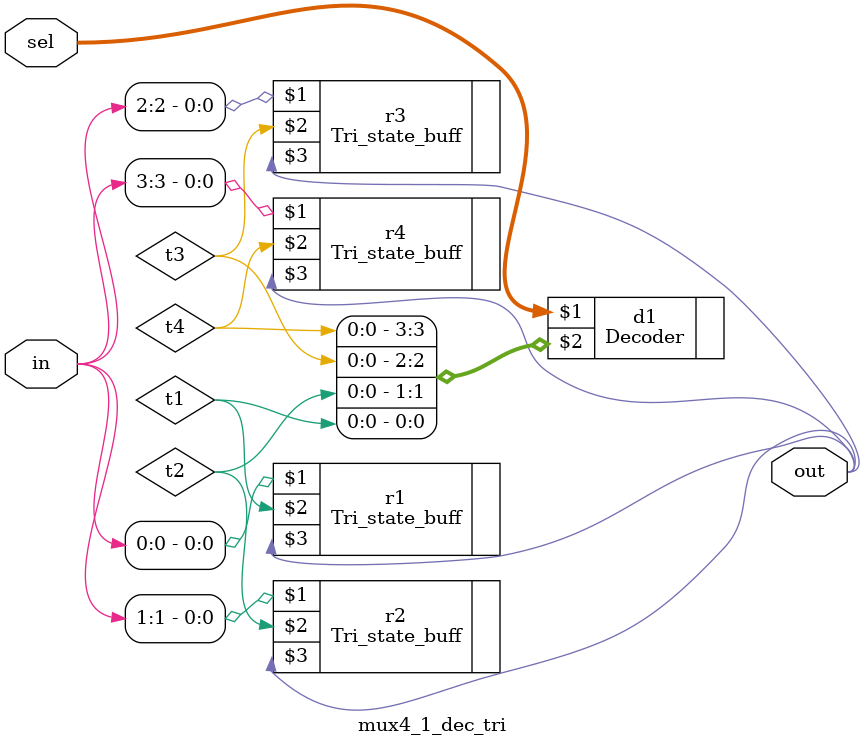
<source format=v>
`timescale 1ns / 1ps
module mux4_1_dec_tri(in,sel,out);

input [3:0] in;
input [1:0] sel;
output out;
wire t1,t2,t3,t4;
wire out1,out2,out3,out4;

Decoder d1(sel,{t4,t3,t2,t1});
Tri_state_buff r1(in[0],t1,out);
Tri_state_buff r2(in[1],t2,out);
Tri_state_buff r3(in[2],t3,out);
Tri_state_buff r4(in[3],t4,out);

//assign out=out1+out2+out3+out4;


endmodule

</source>
